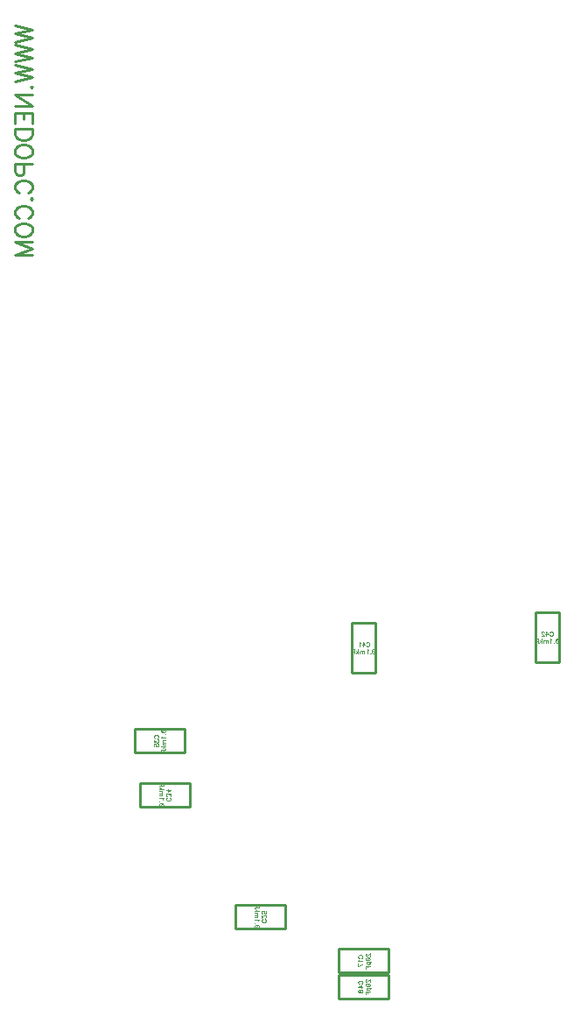
<source format=gbo>
G04*
G04  File:            TURBOFMPRO_B.GBO, Thu Nov 11 21:08:36 2021*
G04  Source:          P-CAD 2006 PCB, Version 19.02.958, (Z:\home\lvd\d\turbofmpro\pcad\TurboFMpro_b.pcb)*
G04  Format:          Gerber Format (RS-274-D), ASCII*
G04*
G04  Format Options:  Absolute Positioning*
G04                   Leading-Zero Suppression*
G04                   Scale Factor 1:1*
G04                   NO Circular Interpolation*
G04                   Millimeter Units*
G04                   Numeric Format: 4.4 (XXXX.XXXX)*
G04                   G54 NOT Used for Aperture Change*
G04                   Apertures Embedded*
G04*
G04  File Options:    Offset = (0.000mm,0.000mm)*
G04                   Drill Symbol Size = 2.032mm*
G04                   No Pad/Via Holes*
G04*
G04  File Contents:   Pads*
G04                   Vias*
G04                   Designators*
G04                   Types*
G04                   Values*
G04                   No Drill Symbols*
G04                   Bot Silk*
G04*
%INTURBOFMPRO_B.GBO*%
%ICAS*%
%MOMM*%
G04*
G04  Aperture MACROs for general use --- invoked via D-code assignment *
G04*
G04  General MACRO for flashed round with rotation and/or offset hole *
%AMROTOFFROUND*
1,1,$1,0.0000,0.0000*
1,0,$2,$3,$4*%
G04*
G04  General MACRO for flashed oval (obround) with rotation and/or offset hole *
%AMROTOFFOVAL*
21,1,$1,$2,0.0000,0.0000,$3*
1,1,$4,$5,$6*
1,1,$4,0-$5,0-$6*
1,0,$7,$8,$9*%
G04*
G04  General MACRO for flashed oval (obround) with rotation and no hole *
%AMROTOVALNOHOLE*
21,1,$1,$2,0.0000,0.0000,$3*
1,1,$4,$5,$6*
1,1,$4,0-$5,0-$6*%
G04*
G04  General MACRO for flashed rectangle with rotation and/or offset hole *
%AMROTOFFRECT*
21,1,$1,$2,0.0000,0.0000,$3*
1,0,$4,$5,$6*%
G04*
G04  General MACRO for flashed rectangle with rotation and no hole *
%AMROTRECTNOHOLE*
21,1,$1,$2,0.0000,0.0000,$3*%
G04*
G04  General MACRO for flashed rounded-rectangle *
%AMROUNDRECT*
21,1,$1,$2-$4,0.0000,0.0000,$3*
21,1,$1-$4,$2,0.0000,0.0000,$3*
1,1,$4,$5,$6*
1,1,$4,$7,$8*
1,1,$4,0-$5,0-$6*
1,1,$4,0-$7,0-$8*
1,0,$9,$10,$11*%
G04*
G04  General MACRO for flashed rounded-rectangle with rotation and no hole *
%AMROUNDRECTNOHOLE*
21,1,$1,$2-$4,0.0000,0.0000,$3*
21,1,$1-$4,$2,0.0000,0.0000,$3*
1,1,$4,$5,$6*
1,1,$4,$7,$8*
1,1,$4,0-$5,0-$6*
1,1,$4,0-$7,0-$8*%
G04*
G04  General MACRO for flashed regular polygon *
%AMREGPOLY*
5,1,$1,0.0000,0.0000,$2,$3+$4*
1,0,$5,$6,$7*%
G04*
G04  General MACRO for flashed regular polygon with no hole *
%AMREGPOLYNOHOLE*
5,1,$1,0.0000,0.0000,$2,$3+$4*%
G04*
G04  General MACRO for target *
%AMTARGET*
6,0,0,$1,$2,$3,4,$4,$5,$6*%
G04*
G04  General MACRO for mounting hole *
%AMMTHOLE*
1,1,$1,0,0*
1,0,$2,0,0*
$1=$1-$2*
$1=$1/2*
21,1,$2+$1,$3,0,0,$4*
21,1,$3,$2+$1,0,0,$4*%
G04*
G04*
G04  D10 : "Ellipse X0.254mm Y0.254mm H0.000mm 0.0deg (0.000mm,0.000mm) Draw"*
G04  Disc: OuterDia=0.2540*
%ADD10C, 0.2540*%
G04  D11 : "Ellipse X0.381mm Y0.381mm H0.000mm 0.0deg (0.000mm,0.000mm) Draw"*
G04  Disc: OuterDia=0.3810*
%ADD11C, 0.3810*%
G04  D12 : "Ellipse X0.500mm Y0.500mm H0.000mm 0.0deg (0.000mm,0.000mm) Draw"*
G04  Disc: OuterDia=0.5000*
%ADD12C, 0.5000*%
G04  D13 : "Ellipse X0.100mm Y0.100mm H0.000mm 0.0deg (0.000mm,0.000mm) Draw"*
G04  Disc: OuterDia=0.1000*
%ADD13C, 0.1000*%
G04  D14 : "Ellipse X1.000mm Y1.000mm H0.000mm 0.0deg (0.000mm,0.000mm) Draw"*
G04  Disc: OuterDia=1.0000*
%ADD14C, 1.0000*%
G04  D15 : "Ellipse X0.127mm Y0.127mm H0.000mm 0.0deg (0.000mm,0.000mm) Draw"*
G04  Disc: OuterDia=0.1270*
%ADD15C, 0.1270*%
G04  D16 : "Ellipse X0.150mm Y0.150mm H0.000mm 0.0deg (0.000mm,0.000mm) Draw"*
G04  Disc: OuterDia=0.1500*
%ADD16C, 0.1500*%
G04  D17 : "Ellipse X0.200mm Y0.200mm H0.000mm 0.0deg (0.000mm,0.000mm) Draw"*
G04  Disc: OuterDia=0.2000*
%ADD17C, 0.2000*%
G04  D18 : "Ellipse X0.250mm Y0.250mm H0.000mm 0.0deg (0.000mm,0.000mm) Draw"*
G04  Disc: OuterDia=0.2500*
%ADD18C, 0.2500*%
G04  D19 : "Ellipse X2.581mm Y2.581mm H0.000mm 0.0deg (0.000mm,0.000mm) Flash"*
G04  Disc: OuterDia=2.5810*
%ADD19C, 2.5810*%
G04  D20 : "Ellipse X2.800mm Y2.800mm H0.000mm 0.0deg (0.000mm,0.000mm) Flash"*
G04  Disc: OuterDia=2.8000*
%ADD20C, 2.8000*%
G04  D21 : "Ellipse X3.181mm Y3.181mm H0.000mm 0.0deg (0.000mm,0.000mm) Flash"*
G04  Disc: OuterDia=3.1810*
%ADD21C, 3.1810*%
G04  D22 : "Ellipse X1.500mm Y1.500mm H0.000mm 0.0deg (0.000mm,0.000mm) Flash"*
G04  Disc: OuterDia=1.5000*
%ADD22C, 1.5000*%
G04  D23 : "Ellipse X1.524mm Y1.524mm H0.000mm 0.0deg (0.000mm,0.000mm) Flash"*
G04  Disc: OuterDia=1.5240*
%ADD23C, 1.5240*%
G04  D24 : "Ellipse X1.600mm Y1.600mm H0.000mm 0.0deg (0.000mm,0.000mm) Flash"*
G04  Disc: OuterDia=1.6000*
%ADD24C, 1.6000*%
G04  D25 : "Ellipse X1.700mm Y1.700mm H0.000mm 0.0deg (0.000mm,0.000mm) Flash"*
G04  Disc: OuterDia=1.7000*
%ADD25C, 1.7000*%
G04  D26 : "Ellipse X1.750mm Y1.750mm H0.000mm 0.0deg (0.000mm,0.000mm) Flash"*
G04  Disc: OuterDia=1.7500*
%ADD26C, 1.7500*%
G04  D27 : "Ellipse X1.881mm Y1.881mm H0.000mm 0.0deg (0.000mm,0.000mm) Flash"*
G04  Disc: OuterDia=1.8810*
%ADD27C, 1.8810*%
G04  D28 : "Ellipse X1.905mm Y1.905mm H0.000mm 0.0deg (0.000mm,0.000mm) Flash"*
G04  Disc: OuterDia=1.9050*
%ADD28C, 1.9050*%
G04  D29 : "Ellipse X1.981mm Y1.981mm H0.000mm 0.0deg (0.000mm,0.000mm) Flash"*
G04  Disc: OuterDia=1.9810*
%ADD29C, 1.9810*%
G04  D30 : "Ellipse X2.081mm Y2.081mm H0.000mm 0.0deg (0.000mm,0.000mm) Flash"*
G04  Disc: OuterDia=2.0810*
%ADD30C, 2.0810*%
G04  D31 : "Ellipse X2.131mm Y2.131mm H0.000mm 0.0deg (0.000mm,0.000mm) Flash"*
G04  Disc: OuterDia=2.1310*
%ADD31C, 2.1310*%
G04  D32 : "Ellipse X2.200mm Y2.200mm H0.000mm 0.0deg (0.000mm,0.000mm) Flash"*
G04  Disc: OuterDia=2.2000*
%ADD32C, 2.2000*%
G04  D33 : "Rounded Rectangle X2.800mm Y7.000mm H0.000mm 0.0deg (0.000mm,0.000mm) Flash"*
G04  RoundRct: DimX=2.8000, DimY=7.0000, CornerRad=0.7000, Rotation=0.0, OffsetX=0.0000, OffsetY=0.0000, HoleDia=0.0000 *
%ADD33ROUNDRECTNOHOLE, 2.8000 X7.0000 X0.0 X1.4000 X-0.7000 X-2.8000 X-0.7000 X2.8000*%
G04  D34 : "Rounded Rectangle X3.000mm Y1.600mm H0.000mm 0.0deg (0.000mm,0.000mm) Flash"*
G04  RoundRct: DimX=3.0000, DimY=1.6000, CornerRad=0.4000, Rotation=0.0, OffsetX=0.0000, OffsetY=0.0000, HoleDia=0.0000 *
%ADD34ROUNDRECTNOHOLE, 3.0000 X1.6000 X0.0 X0.8000 X-1.1000 X-0.4000 X-1.1000 X0.4000*%
G04  D35 : "Rounded Rectangle X3.181mm Y7.381mm H0.000mm 0.0deg (0.000mm,0.000mm) Flash"*
G04  RoundRct: DimX=3.1810, DimY=7.3810, CornerRad=0.7953, Rotation=0.0, OffsetX=0.0000, OffsetY=0.0000, HoleDia=0.0000 *
%ADD35ROUNDRECTNOHOLE, 3.1810 X7.3810 X0.0 X1.5905 X-0.7953 X-2.8952 X-0.7953 X2.8952*%
G04  D36 : "Rounded Rectangle X3.381mm Y1.981mm H0.000mm 0.0deg (0.000mm,0.000mm) Flash"*
G04  RoundRct: DimX=3.3810, DimY=1.9810, CornerRad=0.4953, Rotation=0.0, OffsetX=0.0000, OffsetY=0.0000, HoleDia=0.0000 *
%ADD36ROUNDRECTNOHOLE, 3.3810 X1.9810 X0.0 X0.9905 X-1.1953 X-0.4953 X-1.1953 X0.4953*%
G04  D37 : "Rounded Rectangle X6.200mm Y5.800mm H0.000mm 0.0deg (0.000mm,0.000mm) Flash"*
G04  RoundRct: DimX=6.2000, DimY=5.8000, CornerRad=1.4500, Rotation=0.0, OffsetX=0.0000, OffsetY=0.0000, HoleDia=0.0000 *
%ADD37ROUNDRECTNOHOLE, 6.2000 X5.8000 X0.0 X2.9000 X-1.6500 X-1.4500 X-1.6500 X1.4500*%
G04  D38 : "Rounded Rectangle X6.581mm Y6.181mm H0.000mm 0.0deg (0.000mm,0.000mm) Flash"*
G04  RoundRct: DimX=6.5810, DimY=6.1810, CornerRad=1.5453, Rotation=0.0, OffsetX=0.0000, OffsetY=0.0000, HoleDia=0.0000 *
%ADD38ROUNDRECTNOHOLE, 6.5810 X6.1810 X0.0 X3.0905 X-1.7453 X-1.5453 X-1.7453 X1.5453*%
G04  D39 : "Rounded Rectangle X0.635mm Y1.270mm H0.000mm 0.0deg (0.000mm,0.000mm) Flash"*
G04  RoundRct: DimX=0.6350, DimY=1.2700, CornerRad=0.1588, Rotation=0.0, OffsetX=0.0000, OffsetY=0.0000, HoleDia=0.0000 *
%ADD39ROUNDRECTNOHOLE, 0.6350 X1.2700 X0.0 X0.3175 X-0.1588 X-0.4763 X-0.1588 X0.4763*%
G04  D40 : "Rounded Rectangle X1.500mm Y2.000mm H0.000mm 0.0deg (0.000mm,0.000mm) Flash"*
G04  RoundRct: DimX=1.5000, DimY=2.0000, CornerRad=0.3750, Rotation=0.0, OffsetX=0.0000, OffsetY=0.0000, HoleDia=0.0000 *
%ADD40ROUNDRECTNOHOLE, 1.5000 X2.0000 X0.0 X0.7500 X-0.3750 X-0.6250 X-0.3750 X0.6250*%
G04  D41 : "Rounded Rectangle X2.000mm Y1.500mm H0.000mm 0.0deg (0.000mm,0.000mm) Flash"*
G04  RoundRct: DimX=2.0000, DimY=1.5000, CornerRad=0.3750, Rotation=0.0, OffsetX=0.0000, OffsetY=0.0000, HoleDia=0.0000 *
%ADD41ROUNDRECTNOHOLE, 2.0000 X1.5000 X0.0 X0.7500 X-0.6250 X-0.3750 X-0.6250 X0.3750*%
G04  D42 : "Rounded Rectangle X1.600mm Y0.300mm H0.000mm 0.0deg (0.000mm,0.000mm) Flash"*
G04  RoundRct: DimX=1.6000, DimY=0.3000, CornerRad=0.0750, Rotation=0.0, OffsetX=0.0000, OffsetY=0.0000, HoleDia=0.0000 *
%ADD42ROUNDRECTNOHOLE, 1.6000 X0.3000 X0.0 X0.1500 X-0.7250 X-0.0750 X-0.7250 X0.0750*%
G04  D43 : "Rounded Rectangle X0.300mm Y1.600mm H0.000mm 0.0deg (0.000mm,0.000mm) Flash"*
G04  RoundRct: DimX=0.3000, DimY=1.6000, CornerRad=0.0750, Rotation=0.0, OffsetX=0.0000, OffsetY=0.0000, HoleDia=0.0000 *
%ADD43ROUNDRECTNOHOLE, 0.3000 X1.6000 X0.0 X0.1500 X-0.0750 X-0.7250 X-0.0750 X0.7250*%
G04  D44 : "Rounded Rectangle X1.016mm Y1.651mm H0.000mm 0.0deg (0.000mm,0.000mm) Flash"*
G04  RoundRct: DimX=1.0160, DimY=1.6510, CornerRad=0.2540, Rotation=0.0, OffsetX=0.0000, OffsetY=0.0000, HoleDia=0.0000 *
%ADD44ROUNDRECTNOHOLE, 1.0160 X1.6510 X0.0 X0.5080 X-0.2540 X-0.5715 X-0.2540 X0.5715*%
G04  D45 : "Rounded Rectangle X1.881mm Y2.381mm H0.000mm 0.0deg (0.000mm,0.000mm) Flash"*
G04  RoundRct: DimX=1.8810, DimY=2.3810, CornerRad=0.4703, Rotation=0.0, OffsetX=0.0000, OffsetY=0.0000, HoleDia=0.0000 *
%ADD45ROUNDRECTNOHOLE, 1.8810 X2.3810 X0.0 X0.9405 X-0.4703 X-0.7203 X-0.4703 X0.7203*%
G04  D46 : "Rounded Rectangle X2.381mm Y1.881mm H0.000mm 0.0deg (0.000mm,0.000mm) Flash"*
G04  RoundRct: DimX=2.3810, DimY=1.8810, CornerRad=0.4703, Rotation=0.0, OffsetX=0.0000, OffsetY=0.0000, HoleDia=0.0000 *
%ADD46ROUNDRECTNOHOLE, 2.3810 X1.8810 X0.0 X0.9405 X-0.7203 X-0.4703 X-0.7203 X0.4703*%
G04  D47 : "Rounded Rectangle X1.981mm Y0.681mm H0.000mm 0.0deg (0.000mm,0.000mm) Flash"*
G04  RoundRct: DimX=1.9810, DimY=0.6810, CornerRad=0.1703, Rotation=0.0, OffsetX=0.0000, OffsetY=0.0000, HoleDia=0.0000 *
%ADD47ROUNDRECTNOHOLE, 1.9810 X0.6810 X0.0 X0.3405 X-0.8203 X-0.1703 X-0.8203 X0.1703*%
G04  D48 : "Rounded Rectangle X0.681mm Y1.981mm H0.000mm 0.0deg (0.000mm,0.000mm) Flash"*
G04  RoundRct: DimX=0.6810, DimY=1.9810, CornerRad=0.1703, Rotation=0.0, OffsetX=0.0000, OffsetY=0.0000, HoleDia=0.0000 *
%ADD48ROUNDRECTNOHOLE, 0.6810 X1.9810 X0.0 X0.3405 X-0.1703 X-0.8203 X-0.1703 X0.8203*%
G04  D49 : "Rounded Rectangle X2.000mm Y2.000mm H0.000mm 0.0deg (0.000mm,0.000mm) Flash"*
G04  RoundRct: DimX=2.0000, DimY=2.0000, CornerRad=0.5000, Rotation=0.0, OffsetX=0.0000, OffsetY=0.0000, HoleDia=0.0000 *
%ADD49ROUNDRECTNOHOLE, 2.0000 X2.0000 X0.0 X1.0000 X-0.5000 X-0.5000 X-0.5000 X0.5000*%
G04  D50 : "Rounded Rectangle X2.032mm Y0.660mm H0.000mm 0.0deg (0.000mm,0.000mm) Flash"*
G04  RoundRct: DimX=2.0320, DimY=0.6604, CornerRad=0.1651, Rotation=0.0, OffsetX=0.0000, OffsetY=0.0000, HoleDia=0.0000 *
%ADD50ROUNDRECTNOHOLE, 2.0320 X0.6604 X0.0 X0.3302 X-0.8509 X-0.1651 X-0.8509 X0.1651*%
G04  D51 : "Rounded Rectangle X0.660mm Y2.032mm H0.000mm 0.0deg (0.000mm,0.000mm) Flash"*
G04  RoundRct: DimX=0.6604, DimY=2.0320, CornerRad=0.1651, Rotation=0.0, OffsetX=0.0000, OffsetY=0.0000, HoleDia=0.0000 *
%ADD51ROUNDRECTNOHOLE, 0.6604 X2.0320 X0.0 X0.3302 X-0.1651 X-0.8509 X-0.1651 X0.8509*%
G04  D52 : "Rounded Rectangle X2.381mm Y2.381mm H0.000mm 0.0deg (0.000mm,0.000mm) Flash"*
G04  RoundRct: DimX=2.3810, DimY=2.3810, CornerRad=0.5953, Rotation=0.0, OffsetX=0.0000, OffsetY=0.0000, HoleDia=0.0000 *
%ADD52ROUNDRECTNOHOLE, 2.3810 X2.3810 X0.0 X1.1905 X-0.5953 X-0.5953 X-0.5953 X0.5953*%
G04  D53 : "Rounded Rectangle X2.413mm Y1.041mm H0.000mm 0.0deg (0.000mm,0.000mm) Flash"*
G04  RoundRct: DimX=2.4130, DimY=1.0414, CornerRad=0.2604, Rotation=0.0, OffsetX=0.0000, OffsetY=0.0000, HoleDia=0.0000 *
%ADD53ROUNDRECTNOHOLE, 2.4130 X1.0414 X0.0 X0.5207 X-0.9462 X-0.2604 X-0.9462 X0.2604*%
G04  D54 : "Rounded Rectangle X1.041mm Y2.413mm H0.000mm 0.0deg (0.000mm,0.000mm) Flash"*
G04  RoundRct: DimX=1.0414, DimY=2.4130, CornerRad=0.2604, Rotation=0.0, OffsetX=0.0000, OffsetY=0.0000, HoleDia=0.0000 *
%ADD54ROUNDRECTNOHOLE, 1.0414 X2.4130 X0.0 X0.5207 X-0.2604 X-0.9462 X-0.2604 X0.9462*%
G04  D55 : "Rectangle X1.500mm Y1.500mm H0.000mm 0.0deg (0.000mm,0.000mm) Flash"*
G04  Square: Side=1.5000, Rotation=0.0, OffsetX=0.0000, OffsetY=0.0000, HoleDia=0.0000*
%ADD55R, 1.5000 X1.5000*%
G04  D56 : "Rectangle X1.524mm Y1.524mm H0.000mm 0.0deg (0.000mm,0.000mm) Flash"*
G04  Square: Side=1.5240, Rotation=0.0, OffsetX=0.0000, OffsetY=0.0000, HoleDia=0.0000*
%ADD56R, 1.5240 X1.5240*%
G04  D57 : "Rectangle X1.600mm Y1.600mm H0.000mm 0.0deg (0.000mm,0.000mm) Flash"*
G04  Square: Side=1.6000, Rotation=0.0, OffsetX=0.0000, OffsetY=0.0000, HoleDia=0.0000*
%ADD57R, 1.6000 X1.6000*%
G04  D58 : "Rectangle X1.700mm Y1.700mm H0.000mm 0.0deg (0.000mm,0.000mm) Flash"*
G04  Square: Side=1.7000, Rotation=0.0, OffsetX=0.0000, OffsetY=0.0000, HoleDia=0.0000*
%ADD58R, 1.7000 X1.7000*%
G04  D59 : "Rectangle X1.750mm Y1.750mm H0.000mm 0.0deg (0.000mm,0.000mm) Flash"*
G04  Square: Side=1.7500, Rotation=0.0, OffsetX=0.0000, OffsetY=0.0000, HoleDia=0.0000*
%ADD59R, 1.7500 X1.7500*%
G04  D60 : "Rectangle X1.881mm Y1.881mm H0.000mm 0.0deg (0.000mm,0.000mm) Flash"*
G04  Square: Side=1.8810, Rotation=0.0, OffsetX=0.0000, OffsetY=0.0000, HoleDia=0.0000*
%ADD60R, 1.8810 X1.8810*%
G04  D61 : "Rectangle X1.905mm Y1.905mm H0.000mm 0.0deg (0.000mm,0.000mm) Flash"*
G04  Square: Side=1.9050, Rotation=0.0, OffsetX=0.0000, OffsetY=0.0000, HoleDia=0.0000*
%ADD61R, 1.9050 X1.9050*%
G04  D62 : "Rectangle X1.981mm Y1.981mm H0.000mm 0.0deg (0.000mm,0.000mm) Flash"*
G04  Square: Side=1.9810, Rotation=0.0, OffsetX=0.0000, OffsetY=0.0000, HoleDia=0.0000*
%ADD62R, 1.9810 X1.9810*%
G04  D63 : "Rectangle X2.081mm Y2.081mm H0.000mm 0.0deg (0.000mm,0.000mm) Flash"*
G04  Square: Side=2.0810, Rotation=0.0, OffsetX=0.0000, OffsetY=0.0000, HoleDia=0.0000*
%ADD63R, 2.0810 X2.0810*%
G04  D64 : "Rectangle X2.131mm Y2.131mm H0.000mm 0.0deg (0.000mm,0.000mm) Flash"*
G04  Square: Side=2.1310, Rotation=0.0, OffsetX=0.0000, OffsetY=0.0000, HoleDia=0.0000*
%ADD64R, 2.1310 X2.1310*%
G04  D65 : "Ellipse X2.900mm Y2.900mm H0.000mm 0.0deg (0.000mm,0.000mm) Flash"*
G04  Disc: OuterDia=2.9000*
%ADD65C, 2.9000*%
G04  D66 : "Ellipse X3.281mm Y3.281mm H0.000mm 0.0deg (0.000mm,0.000mm) Flash"*
G04  Disc: OuterDia=3.2810*
%ADD66C, 3.2810*%
G04  D67 : "Ellipse X4.500mm Y4.500mm H0.000mm 0.0deg (0.000mm,0.000mm) Flash"*
G04  Disc: OuterDia=4.5000*
%ADD67C, 4.5000*%
G04  D68 : "Ellipse X4.881mm Y4.881mm H0.000mm 0.0deg (0.000mm,0.000mm) Flash"*
G04  Disc: OuterDia=4.8810*
%ADD68C, 4.8810*%
G04  D69 : "Ellipse X1.016mm Y1.016mm H0.000mm 0.0deg (0.000mm,0.000mm) Flash"*
G04  Disc: OuterDia=1.0160*
%ADD69C, 1.0160*%
G04  D70 : "Ellipse X1.397mm Y1.397mm H0.000mm 0.0deg (0.000mm,0.000mm) Flash"*
G04  Disc: OuterDia=1.3970*
%ADD70C, 1.3970*%
G04*
%FSLAX44Y44*%
%SFA1B1*%
%OFA0.000B0.000*%
G04*
G71*
G90*
G01*
D2*
%LNBot Silk*%
D10*
X2169984Y1686516*
X2186711Y1682533D1*
X2169984Y1678550*
X2186711Y1674568*
X2169984Y1670585*
Y1667399D2*
X2186711Y1663416D1*
X2169984Y1659433*
X2186711Y1655451*
X2169984Y1651468*
Y1648282D2*
X2186711Y1644299D1*
X2169984Y1640316*
X2186711Y1636333*
X2169984Y1632351*
X2185118Y1626775D2*
X2185915Y1627571D1*
X2186711Y1626775*
X2185915Y1625978*
X2185118Y1626775*
X2169984Y1608454D2*
X2186711D1*
X2169984Y1619606*
X2186711*
X2169984Y1591727D2*
Y1602082D1*
X2186711*
Y1591727*
X2177949Y1602082D2*
Y1595710D1*
X2169984Y1586948D2*
X2186711D1*
Y1581372*
X2185915Y1578982*
X2184322Y1577389*
X2182728Y1576593*
X2180339Y1575796*
X2176356*
X2173966Y1576593*
X2172373Y1577389*
X2170780Y1578982*
X2169984Y1581372*
Y1586948*
Y1566237D2*
X2170780Y1567831D1*
X2172373Y1569424*
X2173966Y1570220*
X2176356Y1571017*
X2180339*
X2182728Y1570220*
X2184322Y1569424*
X2185915Y1567831*
X2186711Y1566237*
Y1563051*
X2185915Y1561458*
X2184322Y1559865*
X2182728Y1559069*
X2180339Y1558272*
X2176356*
X2173966Y1559069*
X2172373Y1559865*
X2170780Y1561458*
X2169984Y1563051*
Y1566237*
X2178746Y1552696D2*
Y1545527D1*
X2177949Y1543138*
X2177153Y1542341*
X2175560Y1541545*
X2173170*
X2171577Y1542341*
X2170780Y1543138*
X2169984Y1545527*
Y1552696*
X2186711*
X2173966Y1524817D2*
X2172373Y1525614D1*
X2170780Y1527207*
X2169984Y1528800*
Y1531986*
X2170780Y1533579*
X2172373Y1535172*
X2173966Y1535969*
X2176356Y1536765*
X2180339*
X2182728Y1535969*
X2184322Y1535172*
X2185915Y1533579*
X2186711Y1531986*
Y1528800*
X2185915Y1527207*
X2184322Y1525614*
X2182728Y1524817*
X2185118Y1518445D2*
X2185915Y1519241D1*
X2186711Y1518445*
X2185915Y1517648*
X2185118Y1518445*
X2173966Y1500124D2*
X2172373Y1500921D1*
X2170780Y1502514*
X2169984Y1504107*
Y1507293*
X2170780Y1508886*
X2172373Y1510479*
X2173966Y1511276*
X2176356Y1512072*
X2180339*
X2182728Y1511276*
X2184322Y1510479*
X2185915Y1508886*
X2186711Y1507293*
Y1504107*
X2185915Y1502514*
X2184322Y1500921*
X2182728Y1500124*
X2169984Y1490566D2*
X2170780Y1492159D1*
X2172373Y1493752*
X2173966Y1494549*
X2176356Y1495345*
X2180339*
X2182728Y1494549*
X2184322Y1493752*
X2185915Y1492159*
X2186711Y1490566*
Y1487380*
X2185915Y1485787*
X2184322Y1484193*
X2182728Y1483397*
X2180339Y1482600*
X2176356*
X2173966Y1483397*
X2172373Y1484193*
X2170780Y1485787*
X2169984Y1487380*
Y1490566*
X2186711Y1464280D2*
X2169984D1*
X2186711Y1470652*
X2169984Y1477025*
X2186711*
D2*
D18*
X2339130Y953930*
Y931070D1*
X2290870D2*
Y953930D1*
X2339130Y931070D2*
X2290870D1*
Y953930D2*
X2339130D1*
D2*
D13*
X2319441Y940079*
X2319845Y939877D1*
X2320248Y939473*
X2320450Y939070*
Y938263*
X2320248Y937859*
X2319845Y937456*
X2319441Y937254*
X2318836Y937052*
X2317827*
X2317222Y937254*
X2316819Y937456*
X2316415Y937859*
X2316213Y938263*
Y939070*
X2316415Y939473*
X2316819Y939877*
X2317222Y940079*
X2320450Y941693D2*
Y943912D1*
X2318836Y942701*
Y943306*
X2318634Y943710*
X2318433Y943912*
X2317827Y944113*
X2317424*
X2316819Y943912*
X2316415Y943508*
X2316213Y942903*
Y942298*
X2316415Y941693*
X2316617Y941491*
X2317020Y941289*
X2316213Y947341D2*
X2320450D1*
X2317626Y945324*
Y948350*
X2313461Y932891D2*
X2313261Y932291D1*
X2312660Y931890*
X2311659Y931690*
X2311059*
X2310058Y931890*
X2309457Y932291*
X2309257Y932891*
Y933291*
X2309457Y933892*
X2310058Y934292*
X2311059Y934493*
X2311659*
X2312660Y934292*
X2313261Y933892*
X2313461Y933291*
Y932891*
X2312660Y934292D2*
X2310058Y931890D1*
X2309658Y936094D2*
X2309457Y935894D1*
X2309257Y936094*
X2309457Y936294*
X2309658Y936094*
X2312660Y938296D2*
X2312861Y938696D1*
X2313461Y939297*
X2309257*
X2312060Y941899D2*
X2309257D1*
X2311259D2*
X2311860Y942500D1*
X2312060Y942900*
Y943501*
X2311860Y943901*
X2311259Y944101*
X2309257*
X2311259D2*
X2311860Y944702D1*
X2312060Y945102*
Y945702*
X2311860Y946103*
X2311259Y946303*
X2309257*
X2313461Y947904D2*
X2309257D1*
X2312060Y949906D2*
X2310058Y947904D1*
X2310859Y948705D2*
X2309257Y950106D1*
X2313461Y953910D2*
Y951307D1*
X2309257*
X2311459D2*
Y952909D1*
D2*
D10*
D18*
X2431630Y836430*
Y813570D1*
X2383370D2*
Y836430D1*
X2431630Y813570D2*
X2383370D1*
Y836430D2*
X2431630D1*
D2*
D13*
X2411941Y822579*
X2412345Y822377D1*
X2412748Y821973*
X2412950Y821570*
Y820763*
X2412748Y820359*
X2412345Y819956*
X2411941Y819754*
X2411336Y819552*
X2410327*
X2409722Y819754*
X2409319Y819956*
X2408915Y820359*
X2408713Y820763*
Y821570*
X2408915Y821973*
X2409319Y822377*
X2409722Y822579*
X2411941Y823991D2*
X2412143D1*
X2412547Y824193*
X2412748Y824394*
X2412950Y824798*
Y825605*
X2412748Y826008*
X2412547Y826210*
X2412143Y826412*
X2411740*
X2411336Y826210*
X2410731Y825806*
X2408713Y823789*
Y826613*
X2412950Y830245D2*
Y828227D1*
X2411134Y828026*
X2411336Y828227*
X2411538Y828833*
Y829438*
X2411336Y830043*
X2410933Y830446*
X2410327Y830648*
X2409924*
X2409319Y830446*
X2408915Y830043*
X2408713Y829438*
Y828833*
X2408915Y828227*
X2409117Y828026*
X2409520Y827824*
X2405961Y815391D2*
X2405761Y814791D1*
X2405160Y814390*
X2404159Y814190*
X2403559*
X2402558Y814390*
X2401957Y814791*
X2401757Y815391*
Y815791*
X2401957Y816392*
X2402558Y816792*
X2403559Y816993*
X2404159*
X2405160Y816792*
X2405761Y816392*
X2405961Y815791*
Y815391*
X2405160Y816792D2*
X2402558Y814390D1*
X2402158Y818594D2*
X2401957Y818394D1*
X2401757Y818594*
X2401957Y818794*
X2402158Y818594*
X2405160Y820796D2*
X2405361Y821196D1*
X2405961Y821797*
X2401757*
X2404560Y824399D2*
X2401757D1*
X2403759D2*
X2404360Y825000D1*
X2404560Y825400*
Y826001*
X2404360Y826401*
X2403759Y826601*
X2401757*
X2403759D2*
X2404360Y827202D1*
X2404560Y827602*
Y828202*
X2404360Y828603*
X2403759Y828803*
X2401757*
X2405961Y830404D2*
X2401757D1*
X2404560Y832406D2*
X2402558Y830404D1*
X2403359Y831205D2*
X2401757Y832606D1*
X2405961Y836410D2*
Y833807D1*
X2401757*
X2403959D2*
Y835409D1*
D2*
D10*
D18*
X2673570Y1119130*
X2696430D1*
Y1070870D2*
X2673570D1*
X2696430Y1119130D2*
Y1070870D1*
X2673570D2*
Y1119130D1*
D2*
D13*
X2687420Y1099441*
X2687622Y1099845D1*
X2688026Y1100248*
X2688429Y1100450*
X2689236*
X2689640Y1100248*
X2690043Y1099845*
X2690245Y1099441*
X2690447Y1098836*
Y1097827*
X2690245Y1097222*
X2690043Y1096819*
X2689640Y1096415*
X2689236Y1096213*
X2688429*
X2688026Y1096415*
X2687622Y1096819*
X2687420Y1097222*
X2684193Y1096213D2*
Y1100450D1*
X2686210Y1097626*
X2683184*
X2681973Y1099441D2*
Y1099643D1*
X2681772Y1100047*
X2681570Y1100248*
X2681166Y1100450*
X2680359*
X2679956Y1100248*
X2679754Y1100047*
X2679553Y1099643*
Y1099240*
X2679754Y1098836*
X2680158Y1098231*
X2682175Y1096213*
X2679351*
X2694608Y1093461D2*
X2695209Y1093261D1*
X2695609Y1092660*
X2695809Y1091659*
Y1091059*
X2695609Y1090058*
X2695209Y1089457*
X2694608Y1089257*
X2694208*
X2693607Y1089457*
X2693207Y1090058*
X2693007Y1091059*
Y1091659*
X2693207Y1092660*
X2693607Y1093261*
X2694208Y1093461*
X2694608*
X2693207Y1092660D2*
X2695609Y1090058D1*
X2691405Y1089658D2*
X2691605Y1089457D1*
X2691405Y1089257*
X2691205Y1089457*
X2691405Y1089658*
X2689203Y1092660D2*
X2688803Y1092861D1*
X2688202Y1093461*
Y1089257*
X2685600Y1092060D2*
Y1089257D1*
Y1091259D2*
X2684999Y1091860D1*
X2684599Y1092060*
X2683999*
X2683598Y1091860*
X2683398Y1091259*
Y1089257*
Y1091259D2*
X2682797Y1091860D1*
X2682397Y1092060*
X2681797*
X2681396Y1091860*
X2681196Y1091259*
Y1089257*
X2679595Y1093461D2*
Y1089257D1*
X2677593Y1092060D2*
X2679595Y1090058D1*
X2678794Y1090859D2*
X2677393Y1089257D1*
X2673589Y1093461D2*
X2676192D1*
Y1089257*
Y1091459D2*
X2674590D1*
D2*
D10*
D18*
X2483370Y771070*
Y793930D1*
X2531630D2*
Y771070D1*
X2483370Y793930D2*
X2531630D1*
Y771070D2*
X2483370D1*
D2*
D13*
X2503058Y784920*
X2502654Y785122D1*
X2502251Y785526*
X2502049Y785929*
Y786736*
X2502251Y787140*
X2502654Y787543*
X2503058Y787745*
X2503663Y787947*
X2504672*
X2505277Y787745*
X2505680Y787543*
X2506084Y787140*
X2506286Y786736*
Y785929*
X2506084Y785526*
X2505680Y785122*
X2505277Y784920*
X2502856Y783105D2*
X2502654Y782701D1*
X2502049Y782096*
X2506286*
Y778868D2*
X2502049Y776851D1*
Y779675*
X2510019Y789335D2*
X2509818D1*
X2509416Y789134*
X2509215Y788933*
X2509014Y788531*
Y787727*
X2509215Y787325*
X2509416Y787124*
X2509818Y786923*
X2510220*
X2510622Y787124*
X2511225Y787526*
X2513236Y789536*
Y786721*
X2509014Y784309D2*
X2509215Y784912D1*
X2509818Y785314*
X2510823Y785515*
X2511426*
X2512432Y785314*
X2513035Y784912*
X2513236Y784309*
Y783907*
X2513035Y783304*
X2512432Y782902*
X2511426Y782701*
X2510823*
X2509818Y782902*
X2509215Y783304*
X2509014Y783907*
Y784309*
X2509818Y782902D2*
X2512432Y785314D1*
X2510421Y781293D2*
X2514643D1*
X2511024D2*
X2510622Y780891D1*
X2510421Y780489*
Y779886*
X2510622Y779484*
X2511024Y779082*
X2511627Y778881*
X2512029*
X2512633Y779082*
X2513035Y779484*
X2513236Y779886*
Y780489*
X2513035Y780891*
X2512633Y781293*
X2509014Y774860D2*
Y777473D1*
X2513236*
X2511024D2*
Y775865D1*
D2*
D10*
D18*
X2285870Y983570*
Y1006430D1*
X2334130D2*
Y983570D1*
X2285870Y1006430D2*
X2334130D1*
Y983570D2*
X2285870D1*
D2*
D13*
X2305558Y997420*
X2305154Y997622D1*
X2304751Y998026*
X2304549Y998429*
Y999236*
X2304751Y999640*
X2305154Y1000043*
X2305558Y1000245*
X2306163Y1000447*
X2307172*
X2307777Y1000245*
X2308180Y1000043*
X2308584Y999640*
X2308786Y999236*
Y998429*
X2308584Y998026*
X2308180Y997622*
X2307777Y997420*
X2304549Y995806D2*
Y993587D1*
X2306163Y994798*
Y994193*
X2306365Y993789*
X2306566Y993587*
X2307172Y993386*
X2307575*
X2308180Y993587*
X2308584Y993991*
X2308786Y994596*
Y995201*
X2308584Y995806*
X2308382Y996008*
X2307979Y996210*
X2304549Y989754D2*
Y991772D1*
X2306365Y991973*
X2306163Y991772*
X2305961Y991166*
Y990561*
X2306163Y989956*
X2306566Y989553*
X2307172Y989351*
X2307575*
X2308180Y989553*
X2308584Y989956*
X2308786Y990561*
Y991166*
X2308584Y991772*
X2308382Y991973*
X2307979Y992175*
X2311538Y1004608D2*
X2311738Y1005209D1*
X2312339Y1005609*
X2313340Y1005809*
X2313940*
X2314941Y1005609*
X2315542Y1005209*
X2315742Y1004608*
Y1004208*
X2315542Y1003607*
X2314941Y1003207*
X2313940Y1003007*
X2313340*
X2312339Y1003207*
X2311738Y1003607*
X2311538Y1004208*
Y1004608*
X2312339Y1003207D2*
X2314941Y1005609D1*
X2315341Y1001405D2*
X2315542Y1001605D1*
X2315742Y1001405*
X2315542Y1001205*
X2315341Y1001405*
X2312339Y999203D2*
X2312139Y998803D1*
X2311538Y998202*
X2315742*
X2312939Y995600D2*
X2315742D1*
X2313740D2*
X2313139Y994999D1*
X2312939Y994599*
Y993999*
X2313139Y993598*
X2313740Y993398*
X2315742*
X2313740D2*
X2313139Y992797D1*
X2312939Y992397*
Y991797*
X2313139Y991396*
X2313740Y991196*
X2315742*
X2311538Y989595D2*
X2315742D1*
X2312939Y987593D2*
X2314941Y989595D1*
X2314140Y988794D2*
X2315742Y987393D1*
X2311538Y983589D2*
Y986192D1*
X2315742*
X2313540D2*
Y984590D1*
D2*
D10*
D18*
X2483370Y746070*
Y768930D1*
X2531630D2*
Y746070D1*
X2483370Y768930D2*
X2531630D1*
Y746070D2*
X2483370D1*
D2*
D13*
X2503058Y759920*
X2502654Y760122D1*
X2502251Y760526*
X2502049Y760929*
Y761736*
X2502251Y762140*
X2502654Y762543*
X2503058Y762745*
X2503663Y762947*
X2504672*
X2505277Y762745*
X2505680Y762543*
X2506084Y762140*
X2506286Y761736*
Y760929*
X2506084Y760526*
X2505680Y760122*
X2505277Y759920*
X2506286Y756693D2*
X2502049D1*
X2504873Y758710*
Y755684*
X2502049Y753666D2*
X2502251Y754272D1*
X2502654Y754473*
X2503058*
X2503461Y754272*
X2503663Y753868*
X2503865Y753061*
X2504066Y752456*
X2504470Y752053*
X2504873Y751851*
X2505479*
X2505882Y752053*
X2506084Y752254*
X2506286Y752859*
Y753666*
X2506084Y754272*
X2505882Y754473*
X2505479Y754675*
X2504873*
X2504470Y754473*
X2504066Y754070*
X2503865Y753465*
X2503663Y752658*
X2503461Y752254*
X2503058Y752053*
X2502654*
X2502251Y752254*
X2502049Y752859*
Y753666*
X2510019Y764335D2*
X2509818D1*
X2509416Y764134*
X2509215Y763933*
X2509014Y763531*
Y762727*
X2509215Y762325*
X2509416Y762124*
X2509818Y761923*
X2510220*
X2510622Y762124*
X2511225Y762526*
X2513236Y764536*
Y761721*
X2509014Y759309D2*
X2509215Y759912D1*
X2509818Y760314*
X2510823Y760515*
X2511426*
X2512432Y760314*
X2513035Y759912*
X2513236Y759309*
Y758907*
X2513035Y758304*
X2512432Y757902*
X2511426Y757701*
X2510823*
X2509818Y757902*
X2509215Y758304*
X2509014Y758907*
Y759309*
X2509818Y757902D2*
X2512432Y760314D1*
X2510421Y756293D2*
X2514643D1*
X2511024D2*
X2510622Y755891D1*
X2510421Y755489*
Y754886*
X2510622Y754484*
X2511024Y754082*
X2511627Y753881*
X2512029*
X2512633Y754082*
X2513035Y754484*
X2513236Y754886*
Y755489*
X2513035Y755891*
X2512633Y756293*
X2509014Y749860D2*
Y752473D1*
X2513236*
X2511024D2*
Y750865D1*
D2*
D10*
D18*
X2496070Y1109130*
X2518930D1*
Y1060870D2*
X2496070D1*
X2518930Y1109130D2*
Y1060870D1*
X2496070D2*
Y1109130D1*
D2*
D13*
X2509920Y1089441*
X2510122Y1089845D1*
X2510526Y1090248*
X2510929Y1090450*
X2511736*
X2512140Y1090248*
X2512543Y1089845*
X2512745Y1089441*
X2512947Y1088836*
Y1087827*
X2512745Y1087222*
X2512543Y1086819*
X2512140Y1086415*
X2511736Y1086213*
X2510929*
X2510526Y1086415*
X2510122Y1086819*
X2509920Y1087222*
X2506693Y1086213D2*
Y1090450D1*
X2508710Y1087626*
X2505684*
X2504070Y1089643D2*
X2503666Y1089845D1*
X2503061Y1090450*
Y1086213*
X2517108Y1083461D2*
X2517709Y1083261D1*
X2518109Y1082660*
X2518309Y1081659*
Y1081059*
X2518109Y1080058*
X2517709Y1079457*
X2517108Y1079257*
X2516708*
X2516107Y1079457*
X2515707Y1080058*
X2515507Y1081059*
Y1081659*
X2515707Y1082660*
X2516107Y1083261*
X2516708Y1083461*
X2517108*
X2515707Y1082660D2*
X2518109Y1080058D1*
X2513905Y1079658D2*
X2514105Y1079457D1*
X2513905Y1079257*
X2513705Y1079457*
X2513905Y1079658*
X2511703Y1082660D2*
X2511303Y1082861D1*
X2510702Y1083461*
Y1079257*
X2508100Y1082060D2*
Y1079257D1*
Y1081259D2*
X2507499Y1081860D1*
X2507099Y1082060*
X2506499*
X2506098Y1081860*
X2505898Y1081259*
Y1079257*
Y1081259D2*
X2505297Y1081860D1*
X2504897Y1082060*
X2504297*
X2503896Y1081860*
X2503696Y1081259*
Y1079257*
X2502095Y1083461D2*
Y1079257D1*
X2500093Y1082060D2*
X2502095Y1080058D1*
X2501294Y1080859D2*
X2499893Y1079257D1*
X2496089Y1083461D2*
X2498692D1*
Y1079257*
Y1081459D2*
X2497090D1*
D2*
D10*
D02M02*

</source>
